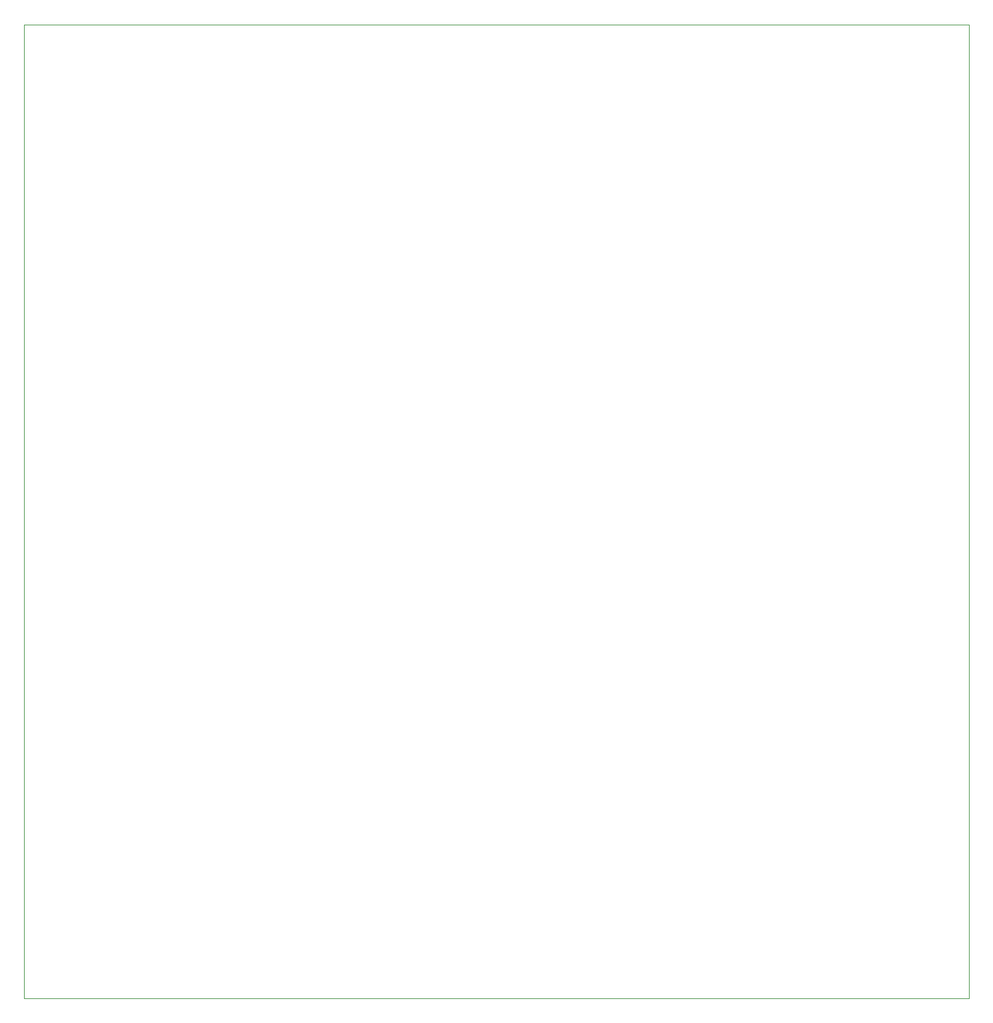
<source format=gbr>
%TF.GenerationSoftware,KiCad,Pcbnew,(6.0.5)*%
%TF.CreationDate,2022-06-30T10:22:49-03:00*%
%TF.ProjectId,projeto-rounded,70726f6a-6574-46f2-9d72-6f756e646564,0*%
%TF.SameCoordinates,Original*%
%TF.FileFunction,Profile,NP*%
%FSLAX46Y46*%
G04 Gerber Fmt 4.6, Leading zero omitted, Abs format (unit mm)*
G04 Created by KiCad (PCBNEW (6.0.5)) date 2022-06-30 10:22:49*
%MOMM*%
%LPD*%
G01*
G04 APERTURE LIST*
%TA.AperFunction,Profile*%
%ADD10C,0.100000*%
%TD*%
G04 APERTURE END LIST*
D10*
X207010000Y-154940000D02*
X83820000Y-154940000D01*
X83820000Y-154940000D02*
X83820000Y-27940000D01*
X83820000Y-27940000D02*
X207010000Y-27940000D01*
X207010000Y-27940000D02*
X207010000Y-154940000D01*
M02*

</source>
